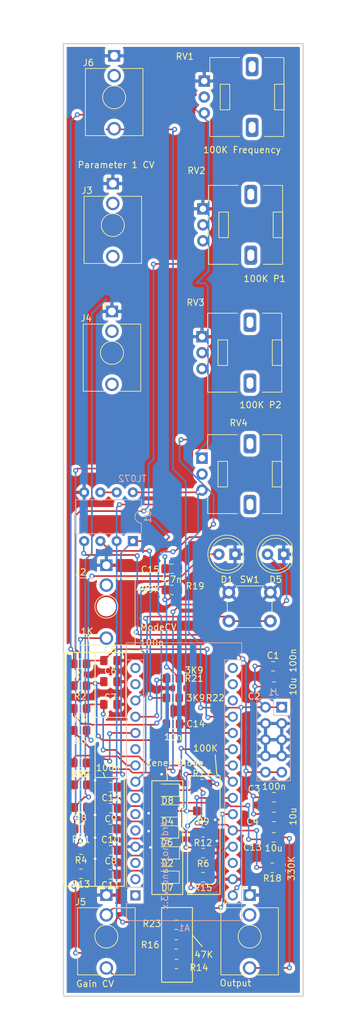
<source format=kicad_pcb>
(kicad_pcb (version 20211014) (generator pcbnew)
  (layers (0 "F.Cu" signal) (31 "B.Cu" signal) (34 "B.Paste" user) (35 "F.Paste" user) (36 "B.SilkS" user "B.Silkscreen") (37 "F.SilkS" user "F.Silkscreen") (38 "B.Mask" user) (39 "F.Mask" user) (44 "Edge.Cuts" user))
  (net 0 "")
  (net 4 "GND")
  (net 7 "Net-(A1-Pad8)")
  (net 8 "Net-(A1-Pad9)")
  (net 10 "Net-(A1-Pad11)")
  (net 11 "Net-(A1-Pad12)")
  (net 12 "Net-(A1-Pad13)")
  (net 18 "Net-(A1-Pad19)")
  (net 19 "Net-(A1-Pad20)")
  (net 20 "Net-(A1-Pad21)")
  (net 21 "Net-(A1-Pad22)")
  (net 22 "Net-(A1-Pad23)")
  (net 23 "Net-(A1-Pad24)")
  (net 24 "Net-(A1-Pad25)")
  (net 25 "Net-(A1-Pad26)")
  (net 26 "+5V")
  (net 28 "+12V")
  (net 29 "-12V")
  (net 30 "Net-(C13-Pad1)")
  (net 31 "Net-(C13-Pad2)")
  (net 32 "Net-(C14-Pad1)")
  (net 33 "Net-(C15-Pad1)")
  (net 34 "Net-(D1-Pad2)")
  (net 35 "Net-(D5-Pad2)")
  (net 36 "Net-(J2-PadT)")
  (net 37 "Net-(J3-PadT)")
  (net 38 "Net-(J4-PadT)")
  (net 39 "Net-(J5-PadT)")
  (net 40 "Net-(J6-PadT)")
  (net 41 "Net-(R1-Pad2)")
  (net 42 "Net-(R2-Pad2)")
  (net 43 "Net-(R3-Pad2)")
  (net 44 "Net-(R13-Pad2)")
  (net 45 "Net-(R20-Pad1)")
  (net 46 "Net-(R23-Pad2)")
  (net 47 "Net-(RV1-Pad3)")
  (net 48 "Net-(U1-Pad6)")
  (footprint "Capacitor_SMD:C_0805_2012Metric_Pad1.18x1.45mm_HandSolder" (layer "F.Cu") (at 25.26 139.35 180)
    (fp_text reference "C10")
    (fp_text value "100n")
  )
  (footprint "Resistor_SMD:R_0805_2012Metric_Pad1.20x1.40mm_HandSolder" (layer "F.Cu") (at 20.515 116.967 180)
    (fp_text reference "R2")
    (fp_text value "1K")
  )
  (footprint "Resistor_SMD:R_0805_2012Metric_Pad1.20x1.40mm_HandSolder" (layer "F.Cu") (at 20.515 129.032 180)
    (fp_text reference "R10")
    (fp_text value "1K")
  )
  (footprint "Potentiometer_THT:Potentiometer_Alps_RK09L_Single_Vertical" (layer "F.Cu") (at 39.6 62.394334)
    (fp_text reference "RV3")
    (fp_text value "100K P2")
  )
  (footprint "Resistor_SMD:R_0805_2012Metric_Pad1.20x1.40mm_HandSolder" (layer "F.Cu") (at 35.025 118.872 180)
    (fp_text reference "R22")
    (fp_text value "3K9")
  )
  (footprint "Resistor_SMD:R_0805_2012Metric_Pad1.20x1.40mm_HandSolder" (layer "F.Cu") (at 20.64 146.359248 180)
    (fp_text reference "R13")
    (fp_text value "1K")
  )
  (footprint "Diode_SMD:D_0805_2012Metric_Pad1.15x1.40mm_HandSolder" (layer "F.Cu") (at 34.2 133.3 180)
    (fp_text reference "D8")
    (fp_text value "D_Zener_Small")
  )
  (footprint "Resistor_SMD:R_0805_2012Metric_Pad1.20x1.40mm_HandSolder" (layer "F.Cu") (at 20.515 123.952 180)
    (fp_text reference "R5")
    (fp_text value "1K")
  )
  (footprint "Diode_SMD:D_0805_2012Metric_Pad1.15x1.40mm_HandSolder" (layer "F.Cu") (at 34.175 146.906366 180)
    (fp_text reference "D7")
    (fp_text value "D_Zener_Small")
  )
  (footprint "Resistor_SMD:R_0805_2012Metric_Pad1.20x1.40mm_HandSolder" (layer "F.Cu") (at 39.575 132.35)
    (fp_text reference "R17")
    (fp_text value "100R")
  )
  (footprint "Connector_Audio:Jack_3.5mm_QingPu_WQP-PJ398SM_Vertical_CircularHoles" (layer "F.Cu") (at 24.625 98.128334)
    (fp_text reference "J2")
    (fp_text value "ModeCV")
  )
  (footprint "Resistor_SMD:R_0805_2012Metric_Pad1.20x1.40mm_HandSolder" (layer "F.Cu") (at 20.665 142.59264 180)
    (fp_text reference "R4")
    (fp_text value "1K")
  )
  (footprint "Capacitor_SMD:C_0805_2012Metric_Pad1.18x1.45mm_HandSolder" (layer "F.Cu") (at 35.052 122.936)
    (fp_text reference "C14")
    (fp_text value "10n")
  )
  (footprint "Connector_Audio:Jack_3.5mm_QingPu_WQP-PJ398SM_Vertical_CircularHoles" (layer "F.Cu") (at 25.5 58.441)
    (fp_text reference "J4")
    (fp_text value "Parameter 2 CV")
  )
  (footprint "Resistor_SMD:R_0805_2012Metric_Pad1.20x1.40mm_HandSolder" (layer "F.Cu") (at 39.75 139.875 180)
    (fp_text reference "R12")
    (fp_text value "100K")
  )
  (footprint "Diode_SMD:D_0805_2012Metric_Pad1.15x1.40mm_HandSolder" (layer "F.Cu") (at 34.1 139.830002 180)
    (fp_text reference "D6")
    (fp_text value "D_Zener_Small")
  )
  (footprint "Connector_Audio:Jack_3.5mm_QingPu_WQP-PJ398SM_Vertical_CircularHoles" (layer "F.Cu") (at 24.625 149.695)
    (fp_text reference "J5")
    (fp_text value "Gain CV")
  )
  (footprint "Potentiometer_THT:Potentiometer_Alps_RK09L_Single_Vertical" (layer "F.Cu") (at 39.735 42.407167)
    (fp_text reference "RV2")
    (fp_text value "100K P1")
  )
  (footprint "Capacitor_SMD:C_0805_2012Metric_Pad1.18x1.45mm_HandSolder" (layer "F.Cu") (at 25.32 132.82 180)
    (fp_text reference "C12")
    (fp_text value "100n")
  )
  (footprint "Diode_SMD:D_0805_2012Metric_Pad1.15x1.40mm_HandSolder" (layer "F.Cu") (at 34.2 136.55 180)
    (fp_text reference "D4")
    (fp_text value "D_Zener_Small")
  )
  (footprint "Capacitor_SMD:C_0805_2012Metric_Pad1.18x1.45mm_HandSolder" (layer "F.Cu") (at 25.32 136.11 180)
    (fp_text reference "C9")
    (fp_text value "100n")
  )
  (footprint "Connector_Audio:Jack_3.5mm_QingPu_WQP-PJ398SM_Vertical_CircularHoles" (layer "F.Cu") (at 25.635 38.460167)
    (fp_text reference "J3")
    (fp_text value "Parameter 1 CV")
  )
  (footprint "Capacitor_SMD:C_0805_2012Metric_Pad1.18x1.45mm_HandSolder" (layer "F.Cu") (at 25.265 119.888)
    (fp_text reference "C7")
    (fp_text value "100p")
  )
  (footprint "Resistor_SMD:R_0805_2012Metric_Pad1.20x1.40mm_HandSolder" (layer "F.Cu") (at 20.59 136.00014 180)
    (fp_text reference "R8")
    (fp_text value "1K")
  )
  (footprint "Capacitor_SMD:C_0805_2012Metric_Pad1.18x1.45mm_HandSolder" (layer "F.Cu") (at 50.875 134.4 180)
    (fp_text reference "C3")
    (fp_text value "100n")
  )
  (footprint "Capacitor_SMD:C_0805_2012Metric_Pad1.18x1.45mm_HandSolder" (layer "F.Cu") (at 50.825 140.675)
    (fp_text reference "C13")
    (fp_text value "10u")
  )
  (footprint "Capacitor_SMD:C_0805_2012Metric_Pad1.18x1.45mm_HandSolder" (layer "F.Cu") (at 25.265 116.332)
    (fp_text reference "C6")
    (fp_text value "100p")
  )
  (footprint "Connector_Audio:Jack_3.5mm_QingPu_WQP-PJ398SM_Vertical_CircularHoles" (layer "F.Cu") (at 25.845 18.479334)
    (fp_text reference "J6")
    (fp_text value "V/OCT")
  )
  (footprint "Capacitor_SMD:C_0805_2012Metric_Pad1.18x1.45mm_HandSolder" (layer "F.Cu") (at 50.725 113.925)
    (fp_text reference "C1")
    (fp_text value "100n")
  )
  (footprint "Capacitor_SMD:C_0805_2012Metric_Pad1.18x1.45mm_HandSolder" (layer "F.Cu") (at 25.29 146.46 180)
    (fp_text reference "C11")
    (fp_text value "100n")
  )
  (footprint "Resistor_SMD:R_0805_2012Metric_Pad1.20x1.40mm_HandSolder" (layer "F.Cu") (at 35.575 157.4125 180)
    (fp_text reference "R16")
    (fp_text value "47K")
  )
  (footprint "Button_Switch_THT:SW_PUSH_6mm_H5mm" (layer "F.Cu") (at 43.8 102.362)
    (fp_text reference "SW1")
    (fp_text value "SW_SPDT")
  )
  (footprint "LED_THT:LED_D5.0mm" (layer "F.Cu") (at 44.77 96.41 180)
    (fp_text reference "D1")
    (fp_text value "LED")
  )
  (footprint "Resistor_SMD:R_0805_2012Metric_Pad1.20x1.40mm_HandSolder" (layer "F.Cu") (at 20.515 120.523 180)
    (fp_text reference "R3")
    (fp_text value "1K")
  )
  (footprint "Resistor_SMD:R_0805_2012Metric_Pad1.20x1.40mm_HandSolder" (layer "F.Cu") (at 39.75 146.9 180)
    (fp_text reference "R15")
    (fp_text value "100K")
  )
  (footprint "Potentiometer_THT:Potentiometer_Alps_RK09L_Single_Vertical" (layer "F.Cu") (at 39.945 22.42)
    (fp_text reference "RV1")
    (fp_text value "100K Frequency")
  )
  (footprint "Capacitor_SMD:C_0805_2012Metric_Pad1.18x1.45mm_HandSolder" (layer "F.Cu") (at 50.875 117.1)
    (fp_text reference "C2")
    (fp_text value "10u")
  )
  (footprint "Resistor_SMD:R_0805_2012Metric_Pad1.20x1.40mm_HandSolder" (layer "F.Cu") (at 35.052 115.824)
    (fp_text reference "R21")
    (fp_text value "3K9")
  )
  (footprint "Resistor_SMD:R_0805_2012Metric_Pad1.20x1.40mm_HandSolder" (layer "F.Cu") (at 35.575 154.35 180)
    (fp_text reference "R23")
    (fp_text value "47K")
  )
  (footprint "Resistor_SMD:R_0805_2012Metric_Pad1.20x1.40mm_HandSolder" (layer "F.Cu") (at 39.775 136.545714 180)
    (fp_text reference "R9")
    (fp_text value "100K")
  )
  (footprint "Resistor_SMD:R_0805_2012Metric_Pad1.20x1.40mm_HandSolder" (layer "F.Cu") (at 50.6 145.425 180)
    (fp_text reference "R18")
    (fp_text value "330K")
  )
  (footprint "Capacitor_SMD:C_0805_2012Metric_Pad1.18x1.45mm_HandSolder" (layer "F.Cu") (at 34.8625 98.675)
    (fp_text reference "C15")
    (fp_text value "4.7n")
  )
  (footprint "Capacitor_SMD:C_0805_2012Metric_Pad1.18x1.45mm_HandSolder" (layer "F.Cu") (at 50.875 137.475 180)
    (fp_text reference "C4")
    (fp_text value "10u")
  )
  (footprint "Diode_SMD:D_0805_2012Metric_Pad1.15x1.40mm_HandSolder" (layer "F.Cu") (at 34.2 143.1 180)
    (fp_text reference "D2")
    (fp_text value "D_Zener_Small")
  )
  (footprint "Resistor_SMD:R_0805_2012Metric_Pad1.20x1.40mm_HandSolder" (layer "F.Cu") (at 39.775 143.12857 180)
    (fp_text reference "R6")
    (fp_text value "100K")
  )
  (footprint "Resistor_SMD:R_0805_2012Metric_Pad1.20x1.40mm_HandSolder" (layer "F.Cu") (at 20.574 132.461)
    (fp_text reference "R20")
    (fp_text value "1K")
  )
  (footprint "Resistor_SMD:R_0805_2012Metric_Pad1.20x1.40mm_HandSolder" (layer "F.Cu") (at 20.515 113.538 180)
    (fp_text reference "R1")
    (fp_text value "1K")
  )
  (footprint "Resistor_SMD:R_0805_2012Metric_Pad1.20x1.40mm_HandSolder" (layer "F.Cu") (at 20.665 139.343892 180)
    (fp_text reference "R11")
    (fp_text value "1K")
  )
  (footprint "Connector_Audio:Jack_3.5mm_QingPu_WQP-PJ398SM_Vertical_CircularHoles" (layer "F.Cu") (at 47.05 149.695)
    (fp_text reference "J7")
    (fp_text value "Output")
  )
  (footprint "Resistor_SMD:R_0805_2012Metric_Pad1.20x1.40mm_HandSolder" (layer "F.Cu") (at 34.875 101.981)
    (fp_text reference "R19")
    (fp_text value "499K")
  )
  (footprint "Capacitor_SMD:C_0805_2012Metric_Pad1.18x1.45mm_HandSolder" (layer "F.Cu") (at 25.265 113.03)
    (fp_text reference "C5")
    (fp_text value "100p")
  )
  (footprint "Capacitor_SMD:C_0805_2012Metric_Pad1.18x1.45mm_HandSolder" (layer "F.Cu") (at 25.32 142.7 180)
    (fp_text reference "C8")
    (fp_text value "100n")
  )
  (footprint "Resistor_SMD:R_0805_2012Metric_Pad1.20x1.40mm_HandSolder" (layer "F.Cu") (at 35.6 160.475)
    (fp_text reference "R14")
    (fp_text value "47K")
  )
  (footprint "Potentiometer_THT:Potentiometer_Alps_RK09L_Single_Vertical" (layer "F.Cu") (at 39.6 81.381)
    (fp_text reference "RV4")
    (fp_text value "A100K GAIN")
  )
  (footprint "LED_THT:LED_D5.0mm" (layer "F.Cu") (at 52.39 96.41 180)
    (fp_text reference "D5")
    (fp_text value "LED")
  )
  (footprint "Module:Arduino_Nano" (layer "B.Cu") (at 29.175 149.75)
    (fp_text reference "A1")
    (fp_text value "Arduino_Nano_v3.x")
  )
  (footprint "Connector_PinHeader_2.54mm:PinHeader_2x05_P2.54mm_Vertical" (layer "B.Cu") (at 52.075 120.325 180)
    (fp_text reference "J1")
    (fp_text value "Conn_02x05_Counter_Clockwise")
  )
  (footprint "Package_DIP:DIP-8_W7.62mm" (layer "B.Cu") (at 28.775 94.35 90)
    (fp_text reference "U1")
    (fp_text value "TL072")
  )
  (gr_rect (start 33.274 151.638) (end 38.1 163.322) (layer "F.SilkS") (width 0.15) (fill none))
  (gr_rect (start 37.338 131.064) (end 42.418 149.606) (layer "F.SilkS") (width 0.15) (fill none))
  (gr_line (start 34.163 131.826) (end 34.036 129.794) (layer "F.SilkS") (width 0.15))
  (gr_rect (start 22.86 131.318) (end 27.432 148.336) (layer "F.SilkS") (width 0.15) (fill none))
  (gr_line (start 41.91 130.81) (end 42.418 131.064) (layer "F.SilkS") (width 0.15))
  (gr_line (start 31.242 111.252) (end 27.686 111.76) (layer "F.SilkS") (width 0.15))
  (gr_rect (start 31.75 131.826) (end 36.576 149.606) (layer "F.SilkS") (width 0.15) (fill none))
  (gr_rect (start 18.034 111.76) (end 22.86 148.336) (layer "F.SilkS") (width 0.15) (fill none))
  (gr_line (start 24.384 131.318) (end 24.13 130.556) (layer "F.SilkS") (width 0.15))
  (gr_line (start 21.844 109.22) (end 22.098 111.76) (layer "F.SilkS") (width 0.15))
  (gr_line (start 38.1 155.956) (end 39.624 157.734) (layer "F.SilkS") (width 0.15))
  (gr_rect (start 22.86 111.76) (end 27.686 121.92) (layer "F.SilkS") (width 0.15) (fill none))
  (gr_line (start 41.656 127.762) (end 41.91 130.81) (layer "F.SilkS") (width 0.15))
  (gr_rect (start 17.9 16.575) (end 55.425 165.5) (layer "Edge.Cuts") (width 0.2) (fill none))
  (gr_text "1K" (at 21.59 108.458) (layer "F.SilkS") (effects (font (size 1 1))))
  (gr_text "100K" (at 40.132 126.746) (layer "F.SilkS") (effects (font (size 1 1))))
  (gr_text "100p" (at 31.75 110.236) (layer "F.SilkS") (effects (font (size 1 1))))
  (gr_text "Zener Diode" (at 35.306 129.032) (layer "F.SilkS") (effects (font (size 1 1))))
  (gr_text "47K" (at 39.878 159.004) (layer "F.SilkS") (effects (font (size 1 1))))
  (gr_text "100n" (at 24.892 129.794) (layer "F.SilkS") (effects (font (size 1 1))))
  (via (at 22.86 137.16) (size 0.8) (drill 0.4) (layers "F.Cu" "B.Cu") (net 4))
  (via (at 31.242 139.7) (size 0.8) (drill 0.4) (layers "F.Cu" "B.Cu") (net 4))
  (via (at 41.656 137.922) (size 0.8) (drill 0.4) (layers "F.Cu" "B.Cu") (net 4))
  (via (at 31.496 142.24) (size 0.8) (drill 0.4) (layers "F.Cu" "B.Cu") (net 4))
  (via (at 31.242 136.906) (size 0.8) (drill 0.4) (layers "F.Cu" "B.Cu") (net 4))
  (via (at 22.86 144.018) (size 0.8) (drill 0.4) (layers "F.Cu" "B.Cu") (net 4))
  (via (at 22.86 140.716) (size 0.8) (drill 0.4) (layers "F.Cu" "B.Cu") (net 4))
  (via (at 22.86 131.761444) (size 0.8) (drill 0.4) (layers "F.Cu" "B.Cu") (net 4))
  (via (at 33.274 130.81) (size 0.8) (drill 0.4) (layers "F.Cu" "B.Cu") (net 4))
  (via (at 41.91 141.224) (size 0.8) (drill 0.4) (layers "F.Cu" "B.Cu") (net 4))
  (segment (start 43.096334 106.158334) (end 43.8 106.862) (width 0.25) (layer "F.Cu") (net 7))
  (segment (start 43.8 106.862) (end 50.3 106.862) (width 0.25) (layer "F.Cu") (net 7))
  (segment (start 31.039166 106.158334) (end 43.096334 106.158334) (width 0.25) (layer "F.Cu") (net 7))
  (segment (start 30.7715 106.426) (end 31.039166 106.158334) (width 0.25) (layer "F.Cu") (net 7))
  (via (at 30.7715 106.426) (size 0.8) (drill 0.4) (layers "F.Cu" "B.Cu") (net 7))
  (segment (start 30.771 130.374) (end 29.175 131.97) (width 0.25) (layer "B.Cu") (net 7))
  (segment (start 30.771 118.571695) (end 30.771 130.374) (width 0.25) (layer "B.Cu") (net 7))
  (segment (start 30.988 118.354695) (end 30.771 118.571695) (width 0.25) (layer "B.Cu") (net 7))
  (segment (start 30.7715 106.426) (end 30.988 106.6425) (width 0.25) (layer "B.Cu") (net 7))
  (segment (start 30.988 106.6425) (end 30.988 118.354695) (width 0.25) (layer "B.Cu") (net 7))
  (segment (start 19.515 124.163) (end 23.368 128.016) (width 0.25) (layer "F.Cu") (net 8))
  (segment (start 19.515 123.952) (end 19.515 124.163) (width 0.25) (layer "F.Cu") (net 8))
  (segment (start 27.83 129.43) (end 29.175 129.43) (width 0.25) (layer "F.Cu") (net 8))
  (segment (start 26.416 128.016) (end 27.83 129.43) (width 0.25) (layer "F.Cu") (net 8))
  (segment (start 23.368 128.016) (end 26.416 128.016) (width 0.25) (layer "F.Cu") (net 8))
  (segment (start 24.834 128.466) (end 25.146 128.778) (width 0.25) (layer "F.Cu") (net 10))
  (segment (start 25.256 124.35) (end 29.175 124.35) (width 0.25) (layer "F.Cu") (net 10))
  (segment (start 22.604604 127.889) (end 23.181604 128.466) (width 0.25) (layer "F.Cu") (net 10))
  (segment (start 19.515 128.313) (end 19.939 127.889) (width 0.25) (layer "F.Cu") (net 10))
  (segment (start 25.146 124.46) (end 25.256 124.35) (width 0.25) (layer "F.Cu") (net 10))
  (segment (start 23.181604 128.466) (end 24.834 128.466) (width 0.25) (layer "F.Cu") (net 10))
  (segment (start 19.939 127.889) (end 22.604604 127.889) (width 0.25) (layer "F.Cu") (net 10))
  (segment (start 19.515 129.032) (end 19.515 128.313) (width 0.25) (layer "F.Cu") (net 10))
  (via (at 25.146 128.778) (size 0.8) (drill 0.4) (layers "F.Cu" "B.Cu") (net 10))
  (via (at 25.146 124.46) (size 0.8) (drill 0.4) (layers "F.Cu" "B.Cu") (net 10))
  (segment (start 25.146 128.778) (end 25.146 124.46) (width 0.25) (layer "B.Cu") (net 10))
  (segment (start 32.368 121.81) (end 32.512 121.666) (width 0.25) (layer "F.Cu") (net 11))
  (segment (start 29.175 121.81) (end 32.368 121.81) (width 0.25) (layer "F.Cu") (net 11))
  (segment (start 32.512 116.078) (end 33.798 116.078) (width 0.25) (layer "F.Cu") (net 11))
  (segment (start 33.798 116.078) (end 34.052 115.824) (width 0.25) (layer "F.Cu") (net 11))
  (via (at 32.512 116.078) (size 0.8) (drill 0.4) (layers "F.Cu" "B.Cu") (net 11))
  (via (at 32.512 121.666) (size 0.8) (drill 0.4) (layers "F.Cu" "B.Cu") (net 11))
  (segment (start 32.512 121.666) (end 32.512 116.078) (width 0.25) (layer "B.Cu") (net 11))
  (segment (start 33.875 101.981) (end 33.394 101.5) (width 0.25) (layer "F.Cu") (net 12))
  (segment (start 33.394 101.5) (end 30.58 101.5) (width 0.25) (layer "F.Cu") (net 12))
  (segment (start 30.58 101.5) (end 30.226 101.854) (width 0.25) (layer "F.Cu") (net 12))
  (via (at 30.226 101.854) (size 0.8) (drill 0.4) (layers "F.Cu" "B.Cu") (net 12))
  (segment (start 30.226 101.854) (end 30.0465 102.0335) (width 0.25) (layer "B.Cu") (net 12))
  (segment (start 30.48 117.965) (end 29.175 119.27) (width 0.25) (layer "B.Cu") (net 12))
  (segment (start 30.48 111.76) (end 30.48 117.965) (width 0.25) (layer "B.Cu") (net 12))
  (segment (start 30.0465 111.3265) (end 30.48 111.76) (width 0.25) (layer "B.Cu") (net 12))
  (segment (start 30.0465 102.0335) (end 30.0465 111.3265) (width 0.25) (layer "B.Cu") (net 12))
  (segment (start 40.513 121.92) (end 40.623 121.81) (width 0.25) (layer "F.Cu") (net 18))
  (segment (start 26.0055 111.252) (end 24.2275 113.03) (width 0.25) (layer "F.Cu") (net 18))
  (segment (start 40.623 121.81) (end 44.415 121.81) (width 0.25) (layer "F.Cu") (net 18))
  (segment (start 22.023 113.03) (end 24.2275 113.03) (width 0.25) (layer "F.Cu") (net 18))
  (segment (start 21.515 113.538) (end 22.023 113.03) (width 0.25) (layer "F.Cu") (net 18))
  (segment (start 40.386 111.252) (end 26.0055 111.252) (width 0.25) (layer "F.Cu") (net 18))
  (via (at 40.386 111.252) (size 0.8) (drill 0.4) (layers "F.Cu" "B.Cu") (net 18))
  (via (at 40.513 121.92) (size 0.8) (drill 0.4) (layers "F.Cu" "B.Cu") (net 18))
  (segment (start 40.259 121.666) (end 40.259 111.379) (width 0.25) (layer "B.Cu") (net 18))
  (segment (start 40.259 111.379) (end 40.386 111.252) (width 0.25) (layer "B.Cu") (net 18))
  (segment (start 40.513 121.92) (end 40.259 121.666) (width 0.25) (layer "B.Cu") (net 18))
  (segment (start 24.003 125.476) (end 31.911 125.476) (width 0.25) (layer "F.Cu") (net 19))
  (segment (start 31.911 125.476) (end 33.037 124.35) (width 0.25) (layer "F.Cu") (net 19))
  (segment (start 21.896 116.586) (end 21.515 116.967) (width 0.25) (layer "F.Cu") (net 19))
  (segment (start 33.037 124.35) (end 44.415 124.35) (width 0.25) (layer "F.Cu") (net 19))
  (segment (start 23.9735 116.586) (end 24.2275 116.332) (width 0.25) (layer "F.Cu") (net 19))
  (segment (start 22.86 116.586) (end 21.896 116.586) (width 0.25) (layer "F.Cu") (net 19))
  (segment (start 22.86 116.586) (end 23.9735 116.586) (width 0.25) (layer "F.Cu") (net 19))
  (segment (start 23.368 124.841) (end 24.003 125.476) (width 0.25) (layer "F.Cu") (net 19))
  (via (at 22.86 116.586) (size 0.8) (drill 0.4) (layers "F.Cu" "B.Cu") (net 19))
  (via (at 23.368 124.841) (size 0.8) (drill 0.4) (layers "F.Cu" "B.Cu") (net 19))
  (segment (start 23.368 124.841) (end 23.114 124.587) (width 0.25) (layer "B.Cu") (net 19))
  (segment (start 23.114 124.587) (end 23.114 116.84) (width 0.25) (layer "B.Cu") (net 19))
  (segment (start 23.114 116.84) (end 22.86 116.586) (width 0.25) (layer "B.Cu") (net 19))
  (segment (start 32.611827 144.125) (end 34.2 144.125) (width 0.25) (layer "F.Cu") (net 20))
  (segment (start 38.74643 143.1) (end 38.775 143.12857) (width 0.25) (layer "F.Cu") (net 20))
  (segment (start 34.2 144.125) (end 35.225 143.1) (width 0.25) (layer "F.Cu") (net 20))
  (segment (start 36.466 126.89) (end 36.322 126.746) (width 0.25) (layer "F.Cu") (net 20))
  (segment (start 21.665 142.59264) (end 22.60764 141.65) (width 0.25) (layer "F.Cu") (net 20))
  (segment (start 37.88643 142.24) (end 38.775 143.12857) (width 0.25) (layer "F.Cu") (net 20))
  (segment (start 44.415 126.89) (end 36.466 126.89) (width 0.25) (layer "F.Cu") (net 20))
  (segment (start 37.084 142.24) (end 37.88643 142.24) (width 0.25) (layer "F.Cu") (net 20))
  (segment (start 25.3075 141.65) (end 26.3575 142.7) (width 0.25) (layer "F.Cu") (net 20))
  (segment (start 27.1775 143.52) (end 32.006827 143.52) (width 0.25) (layer "F.Cu") (net 20))
  (segment (start 26.3575 142.7) (end 27.1775 143.52) (width 0.25) (layer "F.Cu") (net 20))
  (segment (start 22.60764 141.65) (end 25.3075 141.65) (width 0.25) (layer "F.Cu") (net 20))
  (segment (start 32.006827 143.52) (end 32.611827 144.125) (width 0.25) (layer "F.Cu") (net 20))
  (segment (start 35.225 143.1) (end 38.74643 143.1) (width 0.25) (layer "F.Cu") (net 20))
  (via (at 36.322 126.746) (size 0.8) (drill 0.4) (layers "F.Cu" "B.Cu") (net 20))
  (via (at 37.084 142.24) (size 0.8) (drill 0.4) (layers "F.Cu" "B.Cu") (net 20))
  (segment (start 36.736 135.974695) (end 36.736 131.487305) (width 0.25) (layer "B.Cu") (net 20))
  (segment (start 37.084 142.24) (end 37.084 139.595) (width 0.25) (layer "B.Cu") (net 20))
  (segment (start 36.359 131.110306) (end 36.571347 131.322653) (width 0.25) (layer "B.Cu") (net 20))
  (segment (start 36.322 126.746) (end 36.359 126.783) (width 0.25) (layer "B.Cu") (net 20))
  (segment (start 36.461 139.006305) (end 36.461 136.249695) (width 0.25) (layer "B.Cu") (net 20))
  (segment (start 36.461 136.249695) (end 36.736 135.974695) (width 0.25) (layer "B.Cu") (net 20))
  (segment (start 37.049695 139.595) (end 36.461 139.006305) (width 0.25) (layer "B.Cu") (net 20))
  (segment (start 36.359 126.783) (end 36.359 131.110306) (width 0.25) (layer "B.Cu") (net 20))
  (segment (start 36.736 131.487305) (end 36.571347 131.322653) (width 0.25) (layer "B.Cu") (net 20))
  (segment (start 37.084 139.595) (end 37.049695 139.595) (width 0.25) (layer "B.Cu") (net 20))
  (segment (start 29.718 128.016) (end 27.052396 128.016) (width 0.25) (layer "F.Cu") (net 21))
  (segment (start 27.052396 128.016) (end 26.036396 127) (width 0.25) (layer "F.Cu") (net 21))
  (segment (start 26.036396 127) (end 24.13 127) (width 0.25) (layer "F.Cu") (net 21))
  (segment (start 22.15 119.888) (end 24.2275 119.888) (width 0.25) (layer "F.Cu") (net 21))
  (segment (start 21.515 120.523) (end 22.15 119.888) (width 0.25) (layer "F.Cu") (net 21))
  (segment (start 24.2275 121.3145) (end 24.2275 119.888) (width 0.25) (layer "F.Cu") (net 21))
  (segment (start 31.132 129.43) (end 29.718 128.016) (width 0.25) (layer "F.Cu") (net 21))
  (segment (start 24.13 121.412) (end 24.2275 121.3145) (width 0.25) (layer "F.Cu") (net 21))
  (segment (start 44.415 129.43) (end 31.132 129.43) (width 0.25) (layer "F.Cu") (net 21))
  (via (at 24.13 127) (size 0.8) (drill 0.4) (layers "F.Cu" "B.Cu") (net 21))
  (via (at 24.13 121.412) (size 0.8) (drill 0.4) (layers "F.Cu" "B.Cu") (net 21))
  (segment (start 24.13 121.412) (end 24.13 127) (width 0.25) (layer "B.Cu") (net 21))
  (segment (start 43.255 130.81) (end 44.415 131.97) (width 0.25) (layer "F.Cu") (net 22))
  (segment (start 28.4225 138.175) (end 33.6 138.175) (width 0.25) (layer "F.Cu") (net 22))
  (segment (start 37.084 130.81) (end 43.255 130.81) (width 0.25) (layer "F.Cu") (net 22))
  (segment (start 26.3575 136.11) (end 28.4225 138.175) (width 0.25) (layer "F.Cu") (net 22))
  (segment (start 22.53014 135.06) (end 25.3075 135.06) (width 0.25) (layer "F.Cu") (net 22))
  (segment (start 35.225 136.55) (end 38.770714 136.55) (width 0.25) (layer "F.Cu") (net 22))
  (segment (start 38.770714 136.55) (end 38.775 136.545714) (width 0.25) (layer "F.Cu") (net 22))
  (segment (start 33.6 138.175) (end 35.225 136.55) (width 0.25) (layer "F.Cu") (net 22))
  (segment (start 21.59 136.00014) (end 22.53014 135.06) (width 0.25) (layer "F.Cu") (net 22))
  (segment (start 25.3075 135.06) (end 26.3575 136.11) (width 0.25) (layer "F.Cu") (net 22))
  (via (at 37.084 130.81) (size 0.8) (drill 0.4) (layers "F.Cu" "B.Cu") (net 22))
  (via (at 37.186 136.55) (size 0.8) (drill 0.4) (layers "F.Cu" "B.Cu") (net 22))
  (segment (start 37.186 136.55) (end 37.186 130.912) (width 0.25) (layer "B.Cu") (net 22))
  (segment (start 37.186 130.912) (end 37.084 130.81) (width 0.25) (layer "B.Cu") (net 22))
  (segment (start 38.85 134.51) (end 38.79 134.45) (width 0.25) (layer "F.Cu") (net 23))
  (segment (start 37.35 138.87) (end 37.325 138.895) (width 0.25) (layer "F.Cu") (net 23))
  (segment (start 37.325 138.895) (end 37.325 139.875) (width 0.25) (layer "F.Cu") (net 23))
  (segment (start 22.708892 138.3) (end 25.2475 138.3) (width 0.25) (layer "F.Cu") (net 23))
  (segment (start 35.169998 139.875) (end 35.125 139.830002) (width 0.25) (layer "F.Cu") (net 23))
  (segment (start 38.75 139.875) (end 37.325 139.875) (width 0.25) (layer "F.Cu") (net 23))
  (segment (start 37.325 139.875) (end 35.169998 139.875) (width 0.25) (layer "F.Cu") (net 23))
  (segment (start 35.125 139.830002) (end 34.1 140.855002) (width 0.25) (layer "F.Cu") (net 23))
  (segment (start 21.665 139.343892) (end 22.708892 138.3) (width 0.25) (layer "F.Cu") (net 23))
  (segment (start 27.802502 140.855002) (end 26.2975 139.35) (width 0.25) (layer "F.Cu") (net 23))
  (segment (start 34.1 140.855002) (end 27.802502 140.855002) (width 0.25) (layer "F.Cu") (net 23))
  (segment (start 25.2475 138.3) (end 26.2975 139.35) (width 0.25) (layer "F.Cu") (net 23))
  (segment (start 44.415 134.51) (end 38.85 134.51) (width 0.25) (layer "F.Cu") (net 23))
  (via (at 38.79 134.45) (size 0.8) (drill 0.4) (layers "F.Cu" "B.Cu") (net 23))
  (via (at 37.35 138.87) (size 0.8) (drill 0.4) (layers "F.Cu" "B.Cu") (net 23))
  (segment (start 38.79 134.45) (end 38.79 137.43) (width 0.25) (layer "B.Cu") (net 23))
  (segment (start 38.79 137.43) (end 37.35 138.87) (width 0.25) (layer "B.Cu") (net 23))
  (segment (start 26.8475 145.94) (end 28.56 145.94) (width 0.25) (layer "F.Cu") (net 24))
  (segment (start 28.618634 145.881366) (end 34.175 145.881366) (width 0.25) (layer "F.Cu") (net 24))
  (segment (start 42.8 137.05) (end 42.79 137.06) (width 0.25) (layer "F.Cu") (net 24))
  (segment (start 28.56 145.94) (end 28.618634 145.881366) (width 0.25) (layer "F.Cu") (net 24))
  (segment (start 34.175 145.881366) (end 35.2 146.906366) (width 0.25) (layer "F.Cu") (net 24))
  (segment (start 35.2 146.906366) (end 38.743634 146.906366) (width 0.25) (layer "F.Cu") (net 24))
  (segment (start 21.64 146.359248) (end 22.589248 145.41) (width 0.25) (layer "F.Cu") (net 24))
  (segment (start 37.86 147.79) (end 38.75 146.9) (width 0.25) (layer "F.Cu") (net 24))
  (segment (start 22.589248 145.41) (end 25.2775 145.41) (width 0.25) (layer "F.Cu") (net 24))
  (segment (start 44.415 137.05) (end 42.8 137.05) (width 0.25) (layer "F.Cu") (net 24))
  (segment (start 37.86 148.54) (end 37.86 147.79) (width 0.25) (layer "F.Cu") (net 24))
  (segment (start 38.743634 146.906366) (end 38.75 146.9) (width 0.25) (layer "F.Cu") (net 24))
  (segment (start 25.2775 145.41) (end 26.3275 146.46) (width 0.25) (layer "F.Cu") (net 24))
  (segment (start 26.3275 146.46) (end 26.8475 145.94) (width 0.25) (layer "F.Cu") (net 24))
  (via (at 37.86 148.54) (size 0.8) (drill 0.4) (layers "F.Cu" "B.Cu") (net 24))
  (via (at 42.79 137.06) (size 0.8) (drill 0.4) (layers "F.Cu" "B.Cu") (net 24))
  (segment (start 42.23 147.85) (end 41.54 148.54) (width 0.25) (layer "B.Cu") (net 24))
  (segment (start 42.23 142.73) (end 42.23 147.85) (width 0.25) (layer "B.Cu") (net 24))
  (segment (start 42.79 142.17) (end 42.32 142.64) (width 0.25) (layer "B.Cu") (net 24))
  (segment (start 42.79 137.06) (end 42.79 142.17) (width 0.25) (layer "B.Cu") (net 24))
  (segment (start 41.54 148.54) (end 37.86 148.54) (width 0.25) (layer "B.Cu") (net 24))
  (segment (start 42.32 142.64) (end 42.23 142.73) (width 0.25) (layer "B.Cu") (net 24))
  (segment (start 43.509 138.684) (end 39.060034 138.684) (width 0.25) (layer "F.Cu") (net 25))
  (segment (start 31.671827 133.385) (end 32.826827 134.54) (width 0.25) (layer "F.Cu") (net 25))
  (segment (start 48.15 145.375) (end 49.55 145.375) (width 0.25) (layer "F.Cu") (net 25))
  (segment (start 44.44 139.615) (end 48.135 139.615) (width 0.25) (layer "F.Cu") (net 25))
  (segment (start 49.55 145.375) (end 49.6 145.425) (width 0.25) (layer "F.Cu") (net 25))
  (segment (start 44.415 139.59) (end 43.509 138.684) (width 0.25) (layer "F.Cu") (net 25))
  (segment (start 32.826827 134.54) (end 33.985 134.54) (width 0.25) (layer "F.Cu") (net 25))
  (segment (start 26.9225 133.385) (end 31.671827 133.385) (width 0.25) (layer "F.Cu") (net 25))
  (segment (start 39.77 133.75) (end 39.77 133.545) (width 0.25) (layer "F.Cu") (net 25))
  (segment (start 39.77 133.545) (end 38.575 132.35) (width 0.25) (layer "F.Cu") (net 25))
  (segment (start 37.625 133.3) (end 38.575 132.35) (width 0.25) (layer "F.Cu") (net 25))
  (segment (start 35.225 133.3) (end 37.625 133.3) (width 0.25) (layer "F.Cu") (net 25))
  (segment (start 39.060034 138.684) (end 38.810316 138.434282) (width 0.25) (layer "F.Cu") (net 25))
  (segment (start 26.3575 132.82) (end 26.9225 133.385) (width 0.25) (layer "F.Cu") (net 25))
  (segment (start 33.985 134.54) (end 35.225 133.3) (width 0.25) (layer "F.Cu") (net 25))
  (segment (start 48.135 139.615) (end 48.15 139.6) (width 0.25) (layer "F.Cu") (net 25))
  (segment (start 44.415 139.59) (end 44.44 139.615) (width 0.25) (layer "F.Cu") (net 25))
  (via (at 48.15 139.6) (size 0.8) (drill 0.4) (layers "F.Cu" "B.Cu") (net 25))
  (via (at 38.810316 138.434282) (size 0.8) (drill 0.4) (layers "F.Cu" "B.Cu") (net 25))
  (via (at 48.15 145.375) (size 0.8) (drill 0.4) (layers "F.Cu" "B.Cu") (net 25))
  (via (at 39.77 133.75) (size 0.8) (drill 0.4) (layers "F.Cu" "B.Cu") (net 25))
  (segment (start 39.515 134.005) (end 39.77 133.75) (width 0.25) (layer "B.Cu") (net 25))
  (segment (start 48.15 139.6) (end 48.15 145.375) (width 0.25) (layer "B.Cu") (net 25))
  (segment (start 38.810316 138.434282) (end 39.515 137.729598) (width 0.25) (layer "B.Cu") (net 25))
  (segment (start 39.515 137.729598) (end 39.515 134.005) (width 0.25) (layer "B.Cu") (net 25))
  (segment (start 42.51 151.61) (end 42.39 151.73) (width 0.25) (layer "F.Cu") (net 26))
  (segment (start 25.69 151.73) (end 24.625 152.795) (width 0.25) (layer "F.Cu") (net 26))
  (segment (start 42.39 151.73) (end 25.69 151.73) (width 0.25) (layer "F.Cu") (net 26))
  (via (at 42.51 151.61) (size 0.8) (drill 0.4) (layers "F.Cu" "B.Cu") (net 26))
  (segment (start 42.79 151.33) (end 42.79 142.995) (width 0.25) (layer "B.Cu") (net 26))
  (segment (start 42.51 151.61) (end 42.79 151.33) (width 0.25) (layer "B.Cu") (net 26))
  (segment (start 42.79 142.995) (end 43.655 142.13) (width 0.25) (layer "B.Cu") (net 26))
  (segment (start 43.655 142.13) (end 44.415 142.13) (width 0.25) (layer "B.Cu") (net 26))
  (segment (start 49.8375 117.1) (end 47.9 117.1) (width 0.25) (layer "F.Cu") (net 28))
  (segment (start 32.516299 122.804701) (end 32.258 123.063) (width 0.25) (layer "F.Cu") (net 28))
  (segment (start 45.820444 120.396) (end 45.783222 120.433222) (width 0.25) (layer "F.Cu") (net 28))
  (segment (start 45.725 120.325) (end 49.535 120.325) (width 0.25) (layer "F.Cu") (net 28))
  (segment (start 41.402 91.694) (end 39.37 93.726) (width 0.25) (layer "F.Cu") (net 28))
  (segment (start 36.322 78.486) (end 38.304 78.486) (width 0.25) (layer "F.Cu") (net 28))
  (segment (start 44.415 149.185) (end 45.05 148.55) (width 0.25) (layer "F.Cu") (net 28))
  (segment (start 38.304 78.486) (end 38.725 78.065) (width 0.25) (layer "F.Cu") (net 28))
  (segment (start 20.819 122.927) (end 19.515 121.623) (width 0.25) (layer "F.Cu") (net 28))
  (segment (start 49.535 120.325) (end 52.075 120.325) (width 0.25) (layer "F.Cu") (net 28))
  (segment (start 47.875 113.9) (end 49.6625 113.9) (width 0.25) (layer "F.Cu") (net 28))
  (segment (start 39.37 120.396) (end 45.820444 120.396) (width 0.25) (layer "F.Cu") (net 28))
  (segment (start 45.7 120.35) (end 45.725 120.325) (width 0.25) (layer "F.Cu") (net 28))
  (segment (start 22.239173 123.063) (end 22.103173 122.927) (width 0.25) (layer "F.Cu") (net 28))
  (segment (start 37.592 93.726) (end 35.306 96.012) (width 0.25) (layer "F.Cu") (net 28))
  (segment (start 22.103173 122.927) (end 20.819 122.927) (width 0.25) (layer "F.Cu") (net 28))
  (segment (start 28.775 86.73) (end 38.978 86.73) (width 0.25) (layer "F.Cu") (net 28))
  (segment (start 49.6625 113.9) (end 49.6875 113.925) (width 0.25) (layer "F.Cu") (net 28))
  (segment (start 44.415 149.75) (end 44.415 149.185) (width 0.25) (layer "F.Cu") (net 28))
  (segment (start 39.37 93.726) (end 37.592 93.726) (width 0.25) (layer "F.Cu") (net 28))
  (segment (start 32.258 123.063) (end 22.239173 123.063) (width 0.25) (layer "F.Cu") (net 28))
  (segment (start 47.9 117.1) (end 47.875 117.075) (width 0.25) (layer "F.Cu") (net 28))
  (segment (start 35.306 96.012) (end 35.052 96.012) (width 0.25) (layer "F.Cu") (net 28))
  (segment (start 19.515 121.623) (end 19.515 120.523) (width 0.25) (layer "F.Cu") (net 28))
  (via (at 36.322 78.486) (size 0.8) (drill 0.4) (layers "F.Cu" "B.Cu") (net 28))
  (via (at 41.402 91.694) (size 0.8) (drill 0.4) (layers "F.Cu" "B.Cu") (net 28))
  (via (at 35.052 96.012) (size 0.8) (drill 0.4) (layers "F.Cu" "B.Cu") (net 28))
  (via (at 38.978 86.73) (size 0.8) (drill 0.4) (layers "F.Cu" "B.Cu") (net 28))
  (via (at 47.875 113.9) (size 0.8) (drill 0.4) (layers "F.Cu" "B.Cu") (net 28))
  (via (at 45.05 148.55) (size 0.8) (drill 0.4) (layers "F.Cu" "B.Cu") (net 28))
  (via (at 45.7 120.35) (size 0.8) (drill 0.4) (layers "F.Cu" "B.Cu") (net 28))
  (via (at 32.516299 122.804701) (size 0.8) (drill 0.4) (layers "F.Cu" "B.Cu") (net 28))
  (via (at 47.875 117.075) (size 0.8) (drill 0.4) (layers "F.Cu" "B.Cu") (net 28))
  (via (at 39.37 120.396) (size 0.8) (drill 0.4) (layers "F.Cu" "B.Cu") (net 28))
  (segment (start 41.402 91.694) (end 41.402 87.122) (width 0.25) (layer "B.Cu") (net 28))
  (segment (start 45.05 148.55) (end 45.7 147.9) (width 0.25) (layer "B.Cu") (net 28))
  (segment (start 38.978 86.73) (end 38.978 93.08) (width 0.25) (layer "B.Cu") (net 28))
  (segment (start 32.766 96.764695) (end 33.518695 96.012) (width 0.25) (layer "B.Cu") (net 28))
  (segment (start 33.2365 106.1345) (end 32.766 105.664) (width 0.25) (layer "B.Cu") (net 28))
  (segment (start 38.978 93.08) (end 37.497 94.561) (width 0.25) (layer "B.Cu") (net 28))
  (segment (start 33.518695 96.012) (end 35.052 96.012) (width 0.25) (layer "B.Cu") (net 28))
  (segment (start 37.497 108.617) (end 39.37 110.49) (width 0.25) (layer "B.Cu") (net 28))
  (segment (start 36.068 81.788) (end 36.068 78.74) (width 0.25) (layer "B.Cu") (net 28))
  (segment (start 49.535 120.325) (end 47.875 118.665) (width 0.25) (layer "B.Cu") (net 28))
  (segment (start 45.7 147.9) (end 45.7 120.35) (width 0.25) (layer "B.Cu") (net 28))
  (segment (start 36.068 78.74) (end 36.322 78.486) (width 0.25) (layer "B.Cu") (net 28))
  (segment (start 32.516299 122.804701) (end 33.2365 122.0845) (width 0.25) (layer "B.Cu") (net 28))
  (segment (start 33.2365 122.0845) (end 33.2365 106.1345) (width 0.25) (layer "B.Cu") (net 28))
  (segment (start 47.875 118.665) (end 47.875 117.075) (width 0.25) (layer "B.Cu") (net 28))
  (segment (start 37.497 94.561) (end 37.497 108.617) (width 0.25) (layer "B.Cu") (net 28))
  (segment (start 41.402 87.122) (end 36.068 81.788) (width 0.25) (layer "B.Cu") (net 28))
  (segment (start 32.766 105.664) (end 32.766 96.764695) (width 0.25) (layer "B.Cu") (net 28))
  (segment (start 47.875 117.075) (end 47.875 113.9) (width 0.25) (layer "B.Cu") (net 28))
  (segment (start 39.37 110.49) (end 39.37 120.396) (width 0.25) (layer "B.Cu") (net 28))
  (segment (start 49.3875 137.025) (end 49.8375 137.475) (width 0.25) (layer "F.Cu") (net 29))
  (segment (start 46.665 130.485) (end 49.535 130.485) (width 0.25) (layer "F.Cu") (net 29))
  (segment (start 29.322 108.585) (end 29.74 109.003) (width 0.25) (layer "F.Cu") (net 29))
  (segment (start 29.464 96.647) (end 29.337 96.52) (width 0.25) (layer "F.Cu") (net 29))
  (segment (start 21.336 96.52) (end 21.082 96.266) (width 0.25) (layer "F.Cu") (net 29))
  (segment (start 42.201 109.003) (end 45.974 112.776) (width 0.25) (layer "F.Cu") (net 29))
  (segment (start 46.482 130.302) (end 46.665 130.485) (width 0.25) (layer "F.Cu") (net 29))
  (segment (start 29.74 109.003) (end 42.201 109.003) (width 0.25) (layer "F.Cu") (net 29))
  (segment (start 29.337 96.52) (end 21.336 96.52) (width 0.25) (layer "F.Cu") (net 29))
  (segment (start 49.535 130.485) (end 52.075 130.485) (width 0.25) (layer "F.Cu") (net 29))
  (segment (start 47.8 134.4) (end 47.625 134.225) (width 0.25) (layer "F.Cu") (net 29))
  (segment (start 47.675 137.025) (end 49.3875 137.025) (width 0.25) (layer "F.Cu") (net 29))
  (segment (start 49.8375 134.4) (end 47.8 134.4) (width 0.25) (layer "F.Cu") (net 29))
  (via (at 45.974 112.776) (size 0.8) (drill 0.4) (layers "F.Cu" "B.Cu") (net 29))
  (via (at 47.625 134.225) (size 0.8) (drill 0.4) (layers "F.Cu" "B.Cu") (net 29))
  (via (at 46.482 130.302) (size 0.8) (drill 0.4) (layers "F.Cu" "B.Cu") (net 29))
  (via (at 21.082 96.266) (size 0.8) (drill 0.4) (layers "F.Cu" "B.Cu") (net 29))
  (via (at 29.322 108.585) (size 0.8) (drill 0.4) (layers "F.Cu" "B.Cu") (net 29))
  (via (at 29.464 96.647) (size 0.8) (drill 0.4) (layers "F.Cu" "B.Cu") (net 29))
  (via (at 47.675 137.025) (size 0.8) (drill 0.4) (layers "F.Cu" "B.Cu") (net 29))
  (segment (start 29.464 96.647) (end 29.464 108.443) (width 0.25) (layer "B.Cu") (net 29))
  (segment (start 46.482 130.302) (end 46.482 113.284) (width 0.25) (layer "B.Cu") (net 29))
  (segment (start 47.625 134.225) (end 47.625 136.975) (width 0.25) (layer "B.Cu") (net 29))
  (segment (start 21.082 94.423) (end 21.155 94.35) (width 0.25) (layer "B.Cu") (net 29))
  (segment (start 46.482 130.302) (end 46.482 133.082) (width 0.25) (layer "B.Cu") (net 29))
  (segment (start 46.482 113.284) (end 45.974 112.776) (width 0.25) (layer "B.Cu") (net 29))
  (segment (start 21.082 96.266) (end 21.082 94.423) (width 0.25) (layer "B.Cu") (net 29))
  (segment (start 29.464 108.443) (end 29.322 108.585) (width 0.25) (layer "B.Cu") (net 29))
  (segment (start 46.482 133.082) (end 47.625 134.225) (width 0.25) (layer "B.Cu") (net 29))
  (segment (start 47.625 136.975) (end 47.675 137.025) (width 0.25) (layer "B.Cu") (net 29))
  (segment (start 44.099999 135.83) (end 46.81 135.83) (width 0.25) (layer "F.Cu") (net 30))
  (segment (start 31.81 135.79) (end 32.35 135.25) (width 0.25) (layer "F.Cu") (net 30))
  (segment (start 32.35 135.25) (end 43.519999 135.25) (width 0.25) (layer "F.Cu") (net 30))
  (segment (start 46.81 135.71) (end 46.77 135.67) (width 0.25) (layer "F.Cu") (net 30))
  (segment (start 49.4825 140.98) (end 49.7875 140.675) (width 0.25) (layer "F.Cu") (net 30))
  (segment (start 23.583 134.47) (end 26.62 134.47) (width 0.25) (layer "F.Cu") (net 30))
  (segment (start 27.94 135.79) (end 31.81 135.79) (width 0.25) (layer "F.Cu") (net 30))
  (segment (start 43.519999 135.25) (end 44.099999 135.83) (width 0.25) (layer "F.Cu") (net 30))
  (segment (start 46.81 135.83) (end 46.81 135.71) (width 0.25) (layer "F.Cu") (net 30))
  (segment (start 21.574 132.461) (end 23.583 134.47) (width 0.25) (layer "F.Cu") (net 30))
  (segment (start 26.62 134.47) (end 27.94 135.79) (width 0.25) (layer "F.Cu") (net 30))
  (segment (start 46.89 140.98) (end 49.4825 140.98) (width 0.25) (layer "F.Cu") (net 30))
  (via (at 46.77 135.67) (size 0.8) (drill 0.4) (layers "F.Cu" "B.Cu") (net 30))
  (via (at 46.89 140.98) (size 0.8) (drill 0.4) (layers "F.Cu" "B.Cu") (net 30))
  (segment (start 46.89 135.79) (end 46.89 140.98) (width 0.25) (layer "B.Cu") (net 30))
  (segment (start 46.77 135.67) (end 46.89 135.79) (width 0.25) (layer "B.Cu") (net 30))
  (segment (start 53.275 161.075) (end 53.255 161.095) (width 0.25) (layer "F.Cu") (net 31))
  (segment (start 51.8625 140.675) (end 53.1 140.675) (width 0.25) (layer "F.Cu") (net 31))
  (segment (start 53.255 161.095) (end 47.05 161.095) (width 0.25) (layer "F.Cu") (net 31))
  (segment (start 53.1 140.675) (end 53.275 140.85) (width 0.25) (layer "F.Cu") (net 31))
  (via (at 53.275 161.075) (size 0.8) (drill 0.4) (layers "F.Cu" "B.Cu") (net 31))
  (via (at 53.275 140.85) (size 0.8) (drill 0.4) (layers "F.Cu" "B.Cu") (net 31))
  (segment (start 53.275 140.85) (end 53.275 161.075) (width 0.25) (layer "B.Cu") (net 31))
  (segment (start 34.025 122.9255) (end 34.0145 122.936) (width 0.25) (layer "F.Cu") (net 32))
  (segment (start 25.23 95.885) (end 23.695 94.35) (width 0.25) (layer "F.Cu") (net 32))
  (segment (start 34.025 118.872) (end 34.025 122.9255) (width 0.25) (layer "F.Cu") (net 32))
  (segment (start 31.369 95.885) (end 25.23 95.885) (width 0.25) (layer "F.Cu") (net 32))
  (segment (start 34.025 118.872) (end 31.496 118.872) (width 0.25) (layer "F.Cu") (net 32))
  (via (at 31.369 95.885) (size 0.8) (drill 0.4) (layers "F.Cu" "B.Cu") (net 32))
  (via (at 31.496 118.872) (size 0.8) (drill 0.4) (layers "F.Cu" "B.Cu") (net 32))
  (segment (start 31.369 95.885) (end 31.496 96.012) (width 0.25) (layer "B.Cu") (net 32))
  (segment (start 31.496 96.012) (end 31.496 118.872) (width 0.25) (layer "B.Cu") (net 32))
  (segment (start 33.782 96.774) (end 33.825 96.817) (width 0.25) (layer "F.Cu") (net 33))
  (segment (start 34.351 103.505) (end 35.875 101.981) (width 0.25) (layer "F.Cu") (net 33))
  (segment (start 36.052 115.824) (end 34.274 114.046) (width 0.25) (layer "F.Cu") (net 33))
  (segment (start 33.825 96.817) (end 33.825 98.675) (width 0.25) (layer "F.Cu") (net 33))
  (segment (start 36.025 115.851) (end 36.052 115.824) (width 0.25) (layer "F.Cu") (net 33))
  (segment (start 34.274 114.046) (end 34.036 114.046) (width 0.25) (layer "F.Cu") (net 33))
  (segment (start 36.025 118.872) (end 36.025 115.851) (width 0.25) (layer "F.Cu") (net 33))
  (segment (start 33.782 103.505) (end 34.351 103.505) (width 0.25) (layer "F.Cu") (net 33))
  (via (at 34.036 114.046) (size 0.8) (drill 0.4) (layers "F.Cu" "B.Cu") (net 33))
  (via (at 33.782 103.505) (size 0.8) (drill 0.4) (layers "F.Cu" "B.Cu") (net 33))
  (via (at 33.782 96.774) (size 0.8) (drill 0.4) (layers "F.Cu" "B.Cu") (net 33))
  (segment (start 33.782 103.505) (end 34.036 103.759) (width 0.25) (layer "B.Cu") (net 33))
  (segment (start 34.036 103.759) (end 34.036 114.046) (width 0.25) (layer "B.Cu") (net 33))
  (segment (start 33.782 103.505) (end 33.782 96.774) (width 0.25) (layer "B.Cu") (net 33))
  (segment (start 39.861 96.41) (end 36.449 99.822) (width 0.25) (layer "F.Cu") (net 34))
  (segment (start 42.23 96.41) (end 39.861 96.41) (width 0.25) (layer "F.Cu") (net 34))
  (segment (start 36.449 99.822) (end 22.352 99.822) (width 0.25) (layer "F.Cu") (net 34))
  (segment (start 21.515 124.766) (end 21.515 123.952) (width 0.25) (layer "F.Cu") (net 34))
  (segment (start 22.225 125.476) (end 21.515 124.766) (width 0.25) (layer "F.Cu") (net 34))
  (via (at 22.225 125.476) (size 0.8) (drill 0.4) (layers "F.Cu" "B.Cu") (net 34))
  (via (at 22.352 99.822) (size 0.8) (drill 0.4) (layers "F.Cu" "B.Cu") (net 34))
  (segment (start 21.786 125.037) (end 21.786 100.388) (width 0.25) (layer "B.Cu") (net 34))
  (segment (start 22.225 125.476) (end 21.786 125.037) (width 0.25) (layer "B.Cu") (net 34))
  (segment (start 21.786 100.388) (end 22.352 99.822) (width 0.25) (layer "B.Cu") (net 34))
  (segment (start 36.195 104.267) (end 35.052 105.41) (width 0.25) (layer "F.Cu") (net 35))
  (segment (start 52.197 104.267) (end 36.195 104.267) (width 0.25) (layer "F.Cu") (net 35))
  (segment (start 32.502695 130.556) (end 33.010695 130.048) (width 0.25) (layer "F.Cu") (net 35))
  (segment (start 28.710009 130.556) (end 32.502695 130.556) (width 0.25) (layer "F.Cu") (net 35))
  (segment (start 33.010695 130.048) (end 34.798 130.048) (width 0.25) (layer "F.Cu") (net 35))
  (segment (start 34.798 130.048) (end 35.052 130.302) (width 0.25) (layer "F.Cu") (net 35))
  (segment (start 21.515 129.032) (end 22.494944 130.011944) (width 0.25) (layer "F.Cu") (net 35))
  (segment (start 52.832 103.632) (end 52.197 104.267) (width 0.25) (layer "F.Cu") (net 35))
  (segment (start 22.494944 130.011944) (end 28.165953 130.011944) (width 0.25) (layer "F.Cu") (net 35))
  (segment (start 28.165953 130.011944) (end 28.710009 130.556) (width 0.25) (layer "F.Cu") (net 35))
  (via (at 52.832 103.632) (size 0.8) (drill 0.4) (layers "F.Cu" "B.Cu") (net 35))
  (via (at 35.052 105.41) (size 0.8) (drill 0.4) (layers "F.Cu" "B.Cu") (net 35))
  (via (at 35.052 130.302) (size 0.8) (drill 0.4) (layers "F.Cu" "B.Cu") (net 35))
  (segment (start 52.832 99.392) (end 52.832 103.632) (width 0.25) (layer "B.Cu") (net 35))
  (segment (start 49.85 96.41) (end 52.832 99.392) (width 0.25) (layer "B.Cu") (net 35))
  (segment (start 35.052 130.302) (end 35.052 105.41) (width 0.25) (layer "B.Cu") (net 35))
  (segment (start 20.574 109.728) (end 20.773666 109.528334) (width 0.25) (layer "F.Cu") (net 36))
  (segment (start 20.773666 109.528334) (end 24.625 109.528334) (width 0.25) (layer "F.Cu") (net 36))
  (segment (start 19.665 142.133) (end 20.574 141.224) (width 0.25) (layer "F.Cu") (net 36))
  (segment (start 19.665 142.59264) (end 19.665 142.133) (width 0.25) (layer "F.Cu") (net 36))
  (via (at 20.574 141.224) (size 0.8) (drill 0.4) (layers "F.Cu" "B.Cu") (net 36))
  (via (at 20.574 109.728) (size 0.8) (drill 0.4) (layers "F.Cu" "B.Cu") (net 36))
  (segment (start 20.574 141.224) (end 20.574 109.728) (width 0.25) (layer "B.Cu") (net 36))
  (segment (start 21.22414 134.366) (end 21.844 134.366) (width 0.25) (layer "F.Cu") (net 37))
  (segment (start 19.59 136.00014) (end 21.22414 134.366) (width 0.25) (layer "F.Cu") (net 37))
  (via (at 21.844 134.366) (size 0.8) (drill 0.4) (layers "F.Cu" "B.Cu") (net 37))
  (segment (start 21.844 134.366) (end 21.336 133.858) (width 0.25) (layer "B.Cu") (net 37))
  (segment (start 21.336 133.858) (end 21.336 97.282) (width 0.25) (layer "B.Cu") (net 37))
  (segment (start 22.352 58.768) (end 24.625 56.495) (width 0.25) (layer "B.Cu") (net 37))
  (segment (start 22.352 96.266) (end 22.352 58.768) (width 0.25) (layer "B.Cu") (net 37))
  (segment (start 21.336 97.282) (end 22.352 96.266) (width 0.25) (layer "B.Cu") (net 37))
  (segment (start 19.665 139.343892) (end 19.665 137.815) (width 0.25) (layer "F.Cu") (net 38))
  (segment (start 20.112334 83.011666) (end 24.625 83.011666) (width 0.25) (layer "F.Cu") (net 38))
  (segment (start 19.665 137.815) (end 19.812 137.668) (width 0.25) (layer "F.Cu") (net 38))
  (segment (start 19.812 83.312) (end 20.112334 83.011666) (width 0.25) (layer "F.Cu") (net 38))
  (via (at 19.812 83.312) (size 0.8) (drill 0.4) (layers "F.Cu" "B.Cu") (net 38))
  (via (at 19.812 137.668) (size 0.8) (drill 0.4) (layers "F.Cu" "B.Cu") (net 38))
  (segment (start 19.812 137.668) (end 19.812 83.312) (width 0.25) (layer "B.Cu") (net 38))
  (segment (start 35.16 162.16) (end 35.306 162.306) (width 0.25) (layer "F.Cu") (net 39))
  (segment (start 24.625 161.095) (end 25.69 162.16) (width 0.25) (layer "F.Cu") (net 39))
  (segment (start 35.306 162.306) (end 36.6 161.012) (width 0.25) (layer "F.Cu") (net 39))
  (segment (start 25.69 162.16) (end 35.16 162.16) (width 0.25) (layer "F.Cu") (net 39))
  (segment (start 36.6 161.012) (end 36.6 160.475) (width 0.25) (layer "F.Cu") (net 39))
  (segment (start 40.575 132.35) (end 41.894 132.35) (width 0.25) (layer "F.Cu") (net 40))
  (segment (start 35.306 29.972) (end 35.299666 29.978334) (width 0.25) (layer "F.Cu") (net 40))
  (segment (start 41.894 132.35) (end 41.91 132.334) (width 0.25) (layer "F.Cu") (net 40))
  (segment (start 35.299666 29.978334) (end 24.625 29.978334) (width 0.25) (layer "F.Cu") (net 40))
  (via (at 35.306 29.972) (size 0.8) (drill 0.4) (layers "F.Cu" "B.Cu") (net 40))
  (via (at 41.91 132.334) (size 0.8) (drill 0.4) (layers "F.Cu" "B.Cu") (net 40))
  (segment (start 37.047 85.091073) (end 37.047 127.471) (width 0.25) (layer "B.Cu") (net 40))
  (segment (start 35.052 83.096073) (end 37.047 85.091073) (width 0.25) (layer "B.Cu") (net 40))
  (segment (start 37.047 127.471) (end 41.91 132.334) (width 0.25) (layer "B.Cu") (net 40))
  (segment (start 35.052 30.226) (end 35.052 83.096073) (width 0.25) (layer "B.Cu") (net 40))
  (segment (start 35.306 29.972) (end 35.052 30.226) (width 0.25) (layer "B.Cu") (net 40))
  (segment (start 32.131 27.686) (end 34.092 25.725) (width 0.25) (layer "F.Cu") (net 41))
  (segment (start 19.515 111.717) (end 19.05 111.252) (width 0.25) (layer "F.Cu") (net 41))
  (segment (start 37.5 25.725) (end 38.725 24.5) (width 0.25) (layer "F.Cu") (net 41))
  (segment (start 20.066 27.686) (end 32.131 27.686) (width 0.25) (layer "F.Cu") (net 41))
  (segment (start 19.515 113.538) (end 19.515 111.717) (width 0.25) (layer "F.Cu") (net 41))
  (segment (start 34.092 25.725) (end 37.5 25.725) (width 0.25) (layer "F.Cu") (net 41))
  (via (at 20.066 27.686) (size 0.8) (drill 0.4) (layers "F.Cu" "B.Cu") (net 41))
  (via (at 19.05 111.252) (size 0.8) (drill 0.4) (layers "F.Cu" "B.Cu") (net 41))
  (segment (start 19.05 28.702) (end 20.066 27.686) (width 0.25) (layer "B.Cu") (net 41))
  (segment (start 19.05 111.252) (end 19.05 28.702) (width 0.25) (layer "B.Cu") (net 41))
  (segment (start 38.732334 51.016666) (end 32.041334 51.016666) (width 0.25) (layer "F.Cu") (net 42))
  (segment (start 32.041334 51.016666) (end 32.004 51.054) (width 0.25) (layer "F.Cu") (net 42))
  (segment (start 20.44 116.042) (end 19.515 116.967) (width 0.25) (layer "F.Cu") (net 42))
  (segment (start 20.5 89.662) (end 19.775 90.387) (width 0.25) (layer "F.Cu") (net 42))
  (segment (start 20.44 111.88) (end 20.44 116.042) (width 0.25) (layer "F.Cu") (net 42))
  (segment (start 19.775 111.215) (end 20.44 111.88) (width 0.25) (layer "F.Cu") (net 42))
  (segment (start 30.48 89.662) (end 20.5 89.662) (width 0.25) (layer "F.Cu") (net 42))
  (segment (start 38.735 51.014) (end 38.732334 51.016666) (width 0.25) (layer "F.Cu") (net 42))
  (segment (start 19.775 90.387) (end 19.775 111.215) (width 0.25) (layer "F.Cu") (net 42))
  (via (at 32.004 51.054) (size 0.8) (drill 0.4) (layers "F.Cu" "B.Cu") (net 42))
  (via (at 30.48 89.662) (size 0.8) (drill 0.4) (layers "F.Cu" "B.Cu") (net 42))
  (segment (start 31.242 82.296) (end 31.242 88.9) (width 0.25) (layer "B.Cu") (net 42))
  (segment (start 32.004 51.054) (end 32.004 81.534) (width 0.25) (layer "B.Cu") (net 42))
  (segment (start 31.242 88.9) (end 30.48 89.662) (width 0.25) (layer "B.Cu") (net 42))
  (segment (start 32.004 81.534) (end 31.242 82.296) (width 0.25) (layer "B.Cu") (net 42))
  (segment (start 19.558 146.441248) (end 19.64 146.359248) (width 0.25) (layer "F.Cu") (net 44))
  (segment (start 33.2375 158.75) (end 19.812 158.75) (width 0.25) (layer "F.Cu") (net 44))
  (segment (start 34.6 157.4375) (end 34.575 157.4125) (width 0.25) (layer "F.Cu") (net 44))
  (segment (start 19.558 148.336) (end 19.558 146.441248) (width 0.25) (layer "F.Cu") (net 44))
  (segment (start 34.6 160.475) (end 34.6 157.4375) (width 0.25) (layer "F.Cu") (net 44))
  (segment (start 34.575 157.4125) (end 33.2375 158.75) (width 0.25) (layer "F.Cu") (net 44))
  (via (at 19.558 148.336) (size 0.8) (drill 0.4) (layers "F.Cu" "B.Cu") (net 44))
  (via (at 19.812 158.75) (size 0.8) (drill 0.4) (layers "F.Cu" "B.Cu") (net 44))
  (segment (start 19.812 158.75) (end 19.812 148.59) (width 0.25) (layer "B.Cu") (net 44))
  (segment (start 19.812 148.59) (end 19.558 148.336) (width 0.25) (layer "B.Cu") (net 44))
  (segment (start 28.775 94.35) (end 33.86 94.35) (width 0.25) (layer "F.Cu") (net 45))
  (segment (start 21.479 130.556) (end 26.924 130.556) (width 0.25) (layer "F.Cu") (net 45))
  (segment (start 33.86 94.35) (end 34.499 93.711) (width 0.25) (layer "F.Cu") (net 45))
  (segment (start 26.924 130.556) (end 27.178 130.81) (width 0.25) (layer "F.Cu") (net 45))
  (segment (start 19.574 132.461) (end 21.479 130.556) (width 0.25) (layer "F.Cu") (net 45))
  (via (at 27.178 130.81) (size 0.8) (drill 0.4) (layers "F.Cu" "B.Cu") (net 45))
  (segment (start 26.924 130.556) (end 26.924 96.201) (width 0.25) (layer "B.Cu") (net 45))
  (segment (start 27.178 130.81) (end 26.924 130.556) (width 0.25) (layer "B.Cu") (net 45))
  (segment (start 26.924 96.201) (end 28.775 94.35) (width 0.25) (layer "B.Cu") (net 45))
  (segment (start 31.959 91.171) (end 34.499 93.711) (width 0.25) (layer "B.Cu") (net 45))
  (segment (start 26.67 88.646) (end 26.685 88.631) (width 0.25) (layer "F.Cu") (net 46))
  (segment (start 34.575 154.35) (end 34.149 153.924) (width 0.25) (layer "F.Cu") (net 46))
  (segment (start 34.149 153.924) (end 27.178 153.924) (width 0.25) (layer "F.Cu") (net 46))
  (segment (start 26.685 88.631) (end 34.499 88.631) (width 0.25) (layer "F.Cu") (net 46))
  (via (at 27.178 153.924) (size 0.8) (drill 0.4) (layers "F.Cu" "B.Cu") (net 46))
  (via (at 26.67 88.646) (size 0.8) (drill 0.4) (layers "F.Cu" "B.Cu") (net 46))
  (segment (start 26.235 152.981) (end 26.235 94.35) (width 0.25) (layer "B.Cu") (net 46))
  (segment (start 27.178 153.924) (end 26.235 152.981) (width 0.25) (layer "B.Cu") (net 46))
  (segment (start 26.235 89.081) (end 26.67 88.646) (width 0.25) (layer "B.Cu") (net 46))
  (segment (start 26.235 94.35) (end 26.235 89.081) (width 0.25) (layer "B.Cu") (net 46))
  (segment (start 40.64 28.915) (end 40.64 52.107) (width 0.25) (layer "B.Cu") (net 47))
  (segment (start 40.513 54.483) (end 40.513 78.777) (width 0.25) (layer "B.Cu") (net 47))
  (segment (start 40.052 54.022) (end 40.513 54.483) (width 0.25) (layer "B.Cu") (net 47))
  (segment (start 38.725 27) (end 40.64 28.915) (width 0.25) (layer "B.Cu") (net 47))
  (segment (start 38.725 80.565) (end 38.725 80.585) (width 0.25) (layer "B.Cu") (net 47))
  (segment (start 38.725 80.585) (end 38.608 80.702) (width 0.25) (layer "B.Cu") (net 47))
  (segment (start 40.513 78.777) (end 38.725 80.565) (width 0.25) (layer "B.Cu") (net 47))
  (segment (start 38.725 54.022) (end 40.052 54.022) (width 0.25) (layer "B.Cu") (net 47))
  (segment (start 40.64 52.107) (end 38.725 54.022) (width 0.25) (layer "B.Cu") (net 47))
  (segment (start 23.695 86.73) (end 26.235 86.73) (width 0.25) (layer "F.Cu") (net 48))
  (zone (net 4) (net_name "GND") (layer "F.Cu") (connect_pads (clearance 0.508)) (min_thickness 0.254) (fill yes (thermal_gap 0.508) (thermal_bridge_width 0.508))
    (polygon (pts (xy 61.725 169.7) (xy 8.4 169.575) (xy 7.975 13.525) (xy 8 11.875) (xy 7.975 9.775) (xy 61.85 9.75)))
  )
  (zone (net 4) (net_name "GND") (layer "B.Cu") (connect_pads (clearance 0.508)) (min_thickness 0.254) (fill yes (thermal_gap 0.508) (thermal_bridge_width 0.508))
    (polygon (pts (xy 61.725 10.725) (xy 61.375 169.2) (xy 9.7 168.625) (xy 9.475 10.6)))
  )
)
</source>
